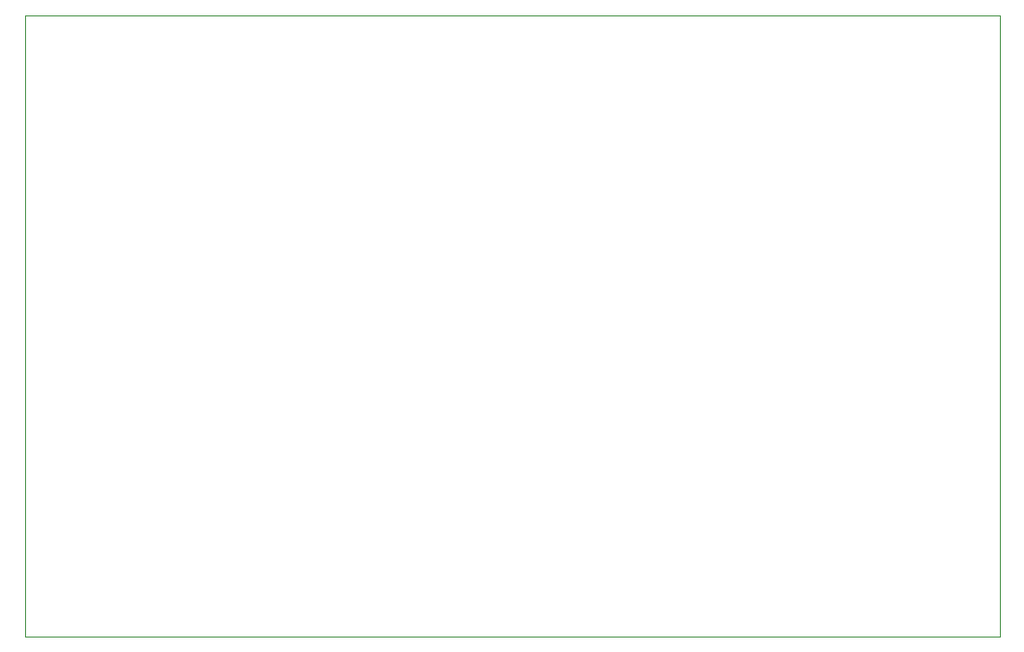
<source format=gbr>
%TF.GenerationSoftware,KiCad,Pcbnew,8.0.1*%
%TF.CreationDate,2024-06-11T21:54:47-04:00*%
%TF.ProjectId,adc_fpga,6164635f-6670-4676-912e-6b696361645f,rev?*%
%TF.SameCoordinates,Original*%
%TF.FileFunction,Profile,NP*%
%FSLAX46Y46*%
G04 Gerber Fmt 4.6, Leading zero omitted, Abs format (unit mm)*
G04 Created by KiCad (PCBNEW 8.0.1) date 2024-06-11 21:54:47*
%MOMM*%
%LPD*%
G01*
G04 APERTURE LIST*
%TA.AperFunction,Profile*%
%ADD10C,0.050000*%
%TD*%
G04 APERTURE END LIST*
D10*
X74467000Y-81026000D02*
X159975000Y-81026000D01*
X159975000Y-135487000D01*
X74467000Y-135487000D01*
X74467000Y-81026000D01*
M02*

</source>
